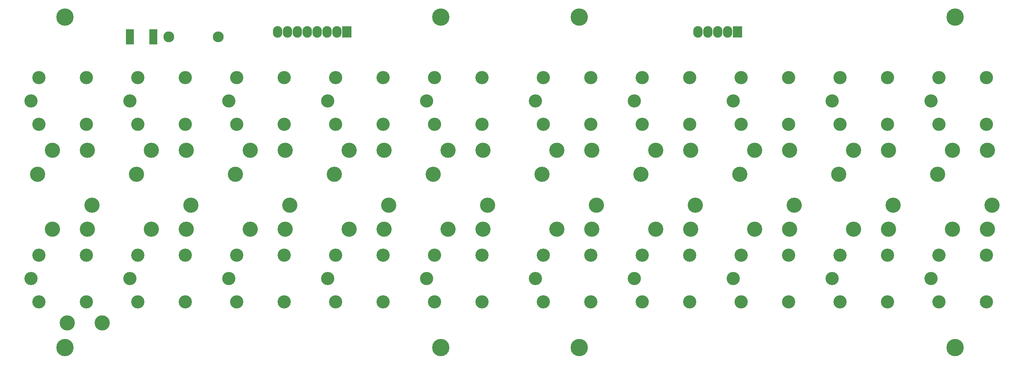
<source format=gbr>
G04 #@! TF.FileFunction,Soldermask,Top*
%FSLAX46Y46*%
G04 Gerber Fmt 4.6, Leading zero omitted, Abs format (unit mm)*
G04 Created by KiCad (PCBNEW 4.0.5) date 02/01/17 10:47:15*
%MOMM*%
%LPD*%
G01*
G04 APERTURE LIST*
%ADD10C,0.600000*%
%ADD11C,4.464000*%
%ADD12C,3.400000*%
%ADD13C,3.900000*%
%ADD14R,2.400000X3.000000*%
%ADD15O,2.400000X3.000000*%
%ADD16R,2.000000X4.000000*%
%ADD17C,2.800000*%
%ADD18O,2.800000X2.800000*%
G04 APERTURE END LIST*
D10*
D11*
X38100000Y-39370000D03*
X38100000Y-124460000D03*
X266700000Y-39370000D03*
X266700000Y-124460000D03*
D12*
X43600000Y-100680000D03*
X43600000Y-112680000D03*
X31400000Y-112680000D03*
X31400000Y-100680000D03*
X29400000Y-106680000D03*
X43600000Y-54960000D03*
X43600000Y-66960000D03*
X31400000Y-66960000D03*
X31400000Y-54960000D03*
X29400000Y-60960000D03*
X69000000Y-100680000D03*
X69000000Y-112680000D03*
X56800000Y-112680000D03*
X56800000Y-100680000D03*
X54800000Y-106680000D03*
X69000000Y-54960000D03*
X69000000Y-66960000D03*
X56800000Y-66960000D03*
X56800000Y-54960000D03*
X54800000Y-60960000D03*
X94400000Y-100680000D03*
X94400000Y-112680000D03*
X82200000Y-112680000D03*
X82200000Y-100680000D03*
X80200000Y-106680000D03*
X94400000Y-54960000D03*
X94400000Y-66960000D03*
X82200000Y-66960000D03*
X82200000Y-54960000D03*
X80200000Y-60960000D03*
X119800000Y-100680000D03*
X119800000Y-112680000D03*
X107600000Y-112680000D03*
X107600000Y-100680000D03*
X105600000Y-106680000D03*
X119800000Y-54960000D03*
X119800000Y-66960000D03*
X107600000Y-66960000D03*
X107600000Y-54960000D03*
X105600000Y-60960000D03*
X145200000Y-100680000D03*
X145200000Y-112680000D03*
X133000000Y-112680000D03*
X133000000Y-100680000D03*
X131000000Y-106680000D03*
X145200000Y-54960000D03*
X145200000Y-66960000D03*
X133000000Y-66960000D03*
X133000000Y-54960000D03*
X131000000Y-60960000D03*
X173140000Y-100680000D03*
X173140000Y-112680000D03*
X160940000Y-112680000D03*
X160940000Y-100680000D03*
X158940000Y-106680000D03*
X173140000Y-54960000D03*
X173140000Y-66960000D03*
X160940000Y-66960000D03*
X160940000Y-54960000D03*
X158940000Y-60960000D03*
X198540000Y-100680000D03*
X198540000Y-112680000D03*
X186340000Y-112680000D03*
X186340000Y-100680000D03*
X184340000Y-106680000D03*
X198540000Y-54960000D03*
X198540000Y-66960000D03*
X186340000Y-66960000D03*
X186340000Y-54960000D03*
X184340000Y-60960000D03*
X223940000Y-100680000D03*
X223940000Y-112680000D03*
X211740000Y-112680000D03*
X211740000Y-100680000D03*
X209740000Y-106680000D03*
X223940000Y-54960000D03*
X223940000Y-66960000D03*
X211740000Y-66960000D03*
X211740000Y-54960000D03*
X209740000Y-60960000D03*
X249340000Y-100680000D03*
X249340000Y-112680000D03*
X237140000Y-112680000D03*
X237140000Y-100680000D03*
X235140000Y-106680000D03*
X249340000Y-54960000D03*
X249340000Y-66960000D03*
X237140000Y-66960000D03*
X237140000Y-54960000D03*
X235140000Y-60960000D03*
X274740000Y-100680000D03*
X274740000Y-112680000D03*
X262540000Y-112680000D03*
X262540000Y-100680000D03*
X260540000Y-106680000D03*
X274740000Y-54960000D03*
X274740000Y-66960000D03*
X262540000Y-66960000D03*
X262540000Y-54960000D03*
X260540000Y-60960000D03*
D11*
X134620000Y-124460000D03*
X134620000Y-39370000D03*
X170180000Y-39370000D03*
X170180000Y-124460000D03*
D13*
X31100000Y-79820000D03*
X45100000Y-87820000D03*
X56500000Y-79820000D03*
X70500000Y-87820000D03*
X81900000Y-79820000D03*
X95900000Y-87820000D03*
X107300000Y-79820000D03*
X121300000Y-87820000D03*
X132700000Y-79820000D03*
X146700000Y-87820000D03*
X160640000Y-79820000D03*
X174640000Y-87820000D03*
X186040000Y-79820000D03*
X200040000Y-87820000D03*
X211440000Y-79820000D03*
X225440000Y-87820000D03*
X236840000Y-79820000D03*
X250840000Y-87820000D03*
X262240000Y-79820000D03*
X276240000Y-87820000D03*
D14*
X110490000Y-43180000D03*
D15*
X107950000Y-43180000D03*
X105410000Y-43180000D03*
X102870000Y-43180000D03*
X100330000Y-43180000D03*
X97790000Y-43180000D03*
X95250000Y-43180000D03*
X92710000Y-43180000D03*
D14*
X210820000Y-43180000D03*
D15*
X208280000Y-43180000D03*
X205740000Y-43180000D03*
X203200000Y-43180000D03*
X200660000Y-43180000D03*
D16*
X54785000Y-44450000D03*
X60785000Y-44450000D03*
D13*
X47680000Y-118110000D03*
X38680000Y-118110000D03*
X34870000Y-93980000D03*
X43870000Y-93980000D03*
X34870000Y-73660000D03*
X43870000Y-73660000D03*
X60270000Y-93980000D03*
X69270000Y-93980000D03*
X60270000Y-73660000D03*
X69270000Y-73660000D03*
X85670000Y-93980000D03*
X94670000Y-93980000D03*
X85670000Y-73660000D03*
X94670000Y-73660000D03*
X111070000Y-93980000D03*
X120070000Y-93980000D03*
X111070000Y-73660000D03*
X120070000Y-73660000D03*
X136470000Y-93980000D03*
X145470000Y-93980000D03*
X136470000Y-73660000D03*
X145470000Y-73660000D03*
X164410000Y-93980000D03*
X173410000Y-93980000D03*
X164410000Y-73660000D03*
X173410000Y-73660000D03*
X189810000Y-93980000D03*
X198810000Y-93980000D03*
X189810000Y-73660000D03*
X198810000Y-73660000D03*
X215210000Y-93980000D03*
X224210000Y-93980000D03*
X215210000Y-73660000D03*
X224210000Y-73660000D03*
X240610000Y-93980000D03*
X249610000Y-93980000D03*
X240610000Y-73660000D03*
X249610000Y-73660000D03*
X266010000Y-93980000D03*
X275010000Y-93980000D03*
X266010000Y-73660000D03*
X275010000Y-73660000D03*
D17*
X64770000Y-44450000D03*
D18*
X77470000Y-44450000D03*
M02*

</source>
